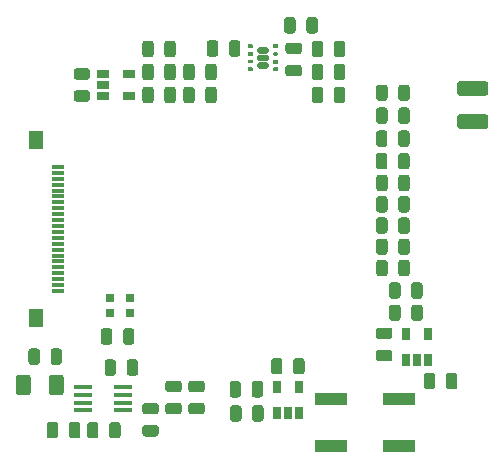
<source format=gtp>
G04 #@! TF.GenerationSoftware,KiCad,Pcbnew,(5.1.6)-1*
G04 #@! TF.CreationDate,2020-07-07T21:46:09+02:00*
G04 #@! TF.ProjectId,ToF_camera_VGA,546f465f-6361-46d6-9572-615f5647412e,rev?*
G04 #@! TF.SameCoordinates,Original*
G04 #@! TF.FileFunction,Paste,Top*
G04 #@! TF.FilePolarity,Positive*
%FSLAX46Y46*%
G04 Gerber Fmt 4.6, Leading zero omitted, Abs format (unit mm)*
G04 Created by KiCad (PCBNEW (5.1.6)-1) date 2020-07-07 21:46:09*
%MOMM*%
%LPD*%
G01*
G04 APERTURE LIST*
%ADD10R,1.600000X0.300000*%
%ADD11R,1.300000X1.650000*%
%ADD12R,1.000000X0.300000*%
%ADD13R,0.700000X0.800000*%
%ADD14R,2.750000X1.000000*%
%ADD15R,1.060000X0.650000*%
%ADD16R,0.650000X1.060000*%
G04 APERTURE END LIST*
D10*
X103150000Y-123355000D03*
X103150000Y-122705000D03*
X103150000Y-122055000D03*
X103150000Y-121405000D03*
X106550000Y-121405000D03*
X106550000Y-122055000D03*
X106550000Y-122705000D03*
X106550000Y-123355000D03*
D11*
X99140000Y-115515000D03*
X99140000Y-100465000D03*
D12*
X101040000Y-113240000D03*
X101040000Y-112740000D03*
X101040000Y-112240000D03*
X101040000Y-111740000D03*
X101040000Y-111240000D03*
X101040000Y-110740000D03*
X101040000Y-110240000D03*
X101040000Y-109740000D03*
X101040000Y-109240000D03*
X101040000Y-108740000D03*
X101040000Y-108240000D03*
X101040000Y-107740000D03*
X101040000Y-107240000D03*
X101040000Y-106740000D03*
X101040000Y-106240000D03*
X101040000Y-105740000D03*
X101040000Y-105240000D03*
X101040000Y-104740000D03*
X101040000Y-104240000D03*
X101040000Y-103740000D03*
X101040000Y-103240000D03*
X101040000Y-102740000D03*
D13*
X105475000Y-113865000D03*
X107125000Y-113865000D03*
X107125000Y-115115000D03*
X105475000Y-115115000D03*
G36*
G01*
X99512500Y-118343750D02*
X99512500Y-119256250D01*
G75*
G02*
X99268750Y-119500000I-243750J0D01*
G01*
X98781250Y-119500000D01*
G75*
G02*
X98537500Y-119256250I0J243750D01*
G01*
X98537500Y-118343750D01*
G75*
G02*
X98781250Y-118100000I243750J0D01*
G01*
X99268750Y-118100000D01*
G75*
G02*
X99512500Y-118343750I0J-243750D01*
G01*
G37*
G36*
G01*
X101387500Y-118343750D02*
X101387500Y-119256250D01*
G75*
G02*
X101143750Y-119500000I-243750J0D01*
G01*
X100656250Y-119500000D01*
G75*
G02*
X100412500Y-119256250I0J243750D01*
G01*
X100412500Y-118343750D01*
G75*
G02*
X100656250Y-118100000I243750J0D01*
G01*
X101143750Y-118100000D01*
G75*
G02*
X101387500Y-118343750I0J-243750D01*
G01*
G37*
G36*
G01*
X112610000Y-94243750D02*
X112610000Y-95156250D01*
G75*
G02*
X112366250Y-95400000I-243750J0D01*
G01*
X111878750Y-95400000D01*
G75*
G02*
X111635000Y-95156250I0J243750D01*
G01*
X111635000Y-94243750D01*
G75*
G02*
X111878750Y-94000000I243750J0D01*
G01*
X112366250Y-94000000D01*
G75*
G02*
X112610000Y-94243750I0J-243750D01*
G01*
G37*
G36*
G01*
X114485000Y-94243750D02*
X114485000Y-95156250D01*
G75*
G02*
X114241250Y-95400000I-243750J0D01*
G01*
X113753750Y-95400000D01*
G75*
G02*
X113510000Y-95156250I0J243750D01*
G01*
X113510000Y-94243750D01*
G75*
G02*
X113753750Y-94000000I243750J0D01*
G01*
X114241250Y-94000000D01*
G75*
G02*
X114485000Y-94243750I0J-243750D01*
G01*
G37*
G36*
G01*
X104985000Y-120186250D02*
X104985000Y-119273750D01*
G75*
G02*
X105228750Y-119030000I243750J0D01*
G01*
X105716250Y-119030000D01*
G75*
G02*
X105960000Y-119273750I0J-243750D01*
G01*
X105960000Y-120186250D01*
G75*
G02*
X105716250Y-120430000I-243750J0D01*
G01*
X105228750Y-120430000D01*
G75*
G02*
X104985000Y-120186250I0J243750D01*
G01*
G37*
G36*
G01*
X106860000Y-120186250D02*
X106860000Y-119273750D01*
G75*
G02*
X107103750Y-119030000I243750J0D01*
G01*
X107591250Y-119030000D01*
G75*
G02*
X107835000Y-119273750I0J-243750D01*
G01*
X107835000Y-120186250D01*
G75*
G02*
X107591250Y-120430000I-243750J0D01*
G01*
X107103750Y-120430000D01*
G75*
G02*
X106860000Y-120186250I0J243750D01*
G01*
G37*
D14*
X129910000Y-126370000D03*
X124150000Y-126370000D03*
X124150000Y-122370000D03*
X129910000Y-122370000D03*
D15*
X107060000Y-94850000D03*
X107060000Y-96750000D03*
X104860000Y-96750000D03*
X104860000Y-95800000D03*
X104860000Y-94850000D03*
G36*
G01*
X117925000Y-94267500D02*
X117925000Y-93992500D01*
G75*
G02*
X118062500Y-93855000I137500J0D01*
G01*
X118737500Y-93855000D01*
G75*
G02*
X118875000Y-93992500I0J-137500D01*
G01*
X118875000Y-94267500D01*
G75*
G02*
X118737500Y-94405000I-137500J0D01*
G01*
X118062500Y-94405000D01*
G75*
G02*
X117925000Y-94267500I0J137500D01*
G01*
G37*
G36*
G01*
X117925000Y-93637500D02*
X117925000Y-93362500D01*
G75*
G02*
X118062500Y-93225000I137500J0D01*
G01*
X118737500Y-93225000D01*
G75*
G02*
X118875000Y-93362500I0J-137500D01*
G01*
X118875000Y-93637500D01*
G75*
G02*
X118737500Y-93775000I-137500J0D01*
G01*
X118062500Y-93775000D01*
G75*
G02*
X117925000Y-93637500I0J137500D01*
G01*
G37*
G36*
G01*
X117925000Y-93007500D02*
X117925000Y-92732500D01*
G75*
G02*
X118062500Y-92595000I137500J0D01*
G01*
X118737500Y-92595000D01*
G75*
G02*
X118875000Y-92732500I0J-137500D01*
G01*
X118875000Y-93007500D01*
G75*
G02*
X118737500Y-93145000I-137500J0D01*
G01*
X118062500Y-93145000D01*
G75*
G02*
X117925000Y-93007500I0J137500D01*
G01*
G37*
G36*
G01*
X119282500Y-93287000D02*
X119282500Y-93063000D01*
G75*
G02*
X119310500Y-93035000I28000J0D01*
G01*
X119614500Y-93035000D01*
G75*
G02*
X119642500Y-93063000I0J-28000D01*
G01*
X119642500Y-93287000D01*
G75*
G02*
X119614500Y-93315000I-28000J0D01*
G01*
X119310500Y-93315000D01*
G75*
G02*
X119282500Y-93287000I0J28000D01*
G01*
G37*
G36*
G01*
X119262500Y-93953000D02*
X119262500Y-93697000D01*
G75*
G02*
X119294500Y-93665000I32000J0D01*
G01*
X119630500Y-93665000D01*
G75*
G02*
X119662500Y-93697000I0J-32000D01*
G01*
X119662500Y-93953000D01*
G75*
G02*
X119630500Y-93985000I-32000J0D01*
G01*
X119294500Y-93985000D01*
G75*
G02*
X119262500Y-93953000I0J32000D01*
G01*
G37*
G36*
G01*
X119262500Y-94603000D02*
X119262500Y-94347000D01*
G75*
G02*
X119294500Y-94315000I32000J0D01*
G01*
X119630500Y-94315000D01*
G75*
G02*
X119662500Y-94347000I0J-32000D01*
G01*
X119662500Y-94603000D01*
G75*
G02*
X119630500Y-94635000I-32000J0D01*
G01*
X119294500Y-94635000D01*
G75*
G02*
X119262500Y-94603000I0J32000D01*
G01*
G37*
G36*
G01*
X117137500Y-94603000D02*
X117137500Y-94347000D01*
G75*
G02*
X117169500Y-94315000I32000J0D01*
G01*
X117505500Y-94315000D01*
G75*
G02*
X117537500Y-94347000I0J-32000D01*
G01*
X117537500Y-94603000D01*
G75*
G02*
X117505500Y-94635000I-32000J0D01*
G01*
X117169500Y-94635000D01*
G75*
G02*
X117137500Y-94603000I0J32000D01*
G01*
G37*
G36*
G01*
X117157500Y-93937000D02*
X117157500Y-93713000D01*
G75*
G02*
X117185500Y-93685000I28000J0D01*
G01*
X117489500Y-93685000D01*
G75*
G02*
X117517500Y-93713000I0J-28000D01*
G01*
X117517500Y-93937000D01*
G75*
G02*
X117489500Y-93965000I-28000J0D01*
G01*
X117185500Y-93965000D01*
G75*
G02*
X117157500Y-93937000I0J28000D01*
G01*
G37*
G36*
G01*
X117137500Y-93303000D02*
X117137500Y-93047000D01*
G75*
G02*
X117169500Y-93015000I32000J0D01*
G01*
X117505500Y-93015000D01*
G75*
G02*
X117537500Y-93047000I0J-32000D01*
G01*
X117537500Y-93303000D01*
G75*
G02*
X117505500Y-93335000I-32000J0D01*
G01*
X117169500Y-93335000D01*
G75*
G02*
X117137500Y-93303000I0J32000D01*
G01*
G37*
G36*
G01*
X119262500Y-92653000D02*
X119262500Y-92397000D01*
G75*
G02*
X119294500Y-92365000I32000J0D01*
G01*
X119630500Y-92365000D01*
G75*
G02*
X119662500Y-92397000I0J-32000D01*
G01*
X119662500Y-92653000D01*
G75*
G02*
X119630500Y-92685000I-32000J0D01*
G01*
X119294500Y-92685000D01*
G75*
G02*
X119262500Y-92653000I0J32000D01*
G01*
G37*
G36*
G01*
X117137500Y-92653000D02*
X117137500Y-92397000D01*
G75*
G02*
X117169500Y-92365000I32000J0D01*
G01*
X117505500Y-92365000D01*
G75*
G02*
X117537500Y-92397000I0J-32000D01*
G01*
X117537500Y-92653000D01*
G75*
G02*
X117505500Y-92685000I-32000J0D01*
G01*
X117169500Y-92685000D01*
G75*
G02*
X117137500Y-92653000I0J32000D01*
G01*
G37*
D16*
X130510000Y-116870000D03*
X132410000Y-116870000D03*
X132410000Y-119070000D03*
X131460000Y-119070000D03*
X130510000Y-119070000D03*
X119570000Y-121410000D03*
X121470000Y-121410000D03*
X121470000Y-123610000D03*
X120520000Y-123610000D03*
X119570000Y-123610000D03*
G36*
G01*
X112323750Y-122712500D02*
X113236250Y-122712500D01*
G75*
G02*
X113480000Y-122956250I0J-243750D01*
G01*
X113480000Y-123443750D01*
G75*
G02*
X113236250Y-123687500I-243750J0D01*
G01*
X112323750Y-123687500D01*
G75*
G02*
X112080000Y-123443750I0J243750D01*
G01*
X112080000Y-122956250D01*
G75*
G02*
X112323750Y-122712500I243750J0D01*
G01*
G37*
G36*
G01*
X112323750Y-120837500D02*
X113236250Y-120837500D01*
G75*
G02*
X113480000Y-121081250I0J-243750D01*
G01*
X113480000Y-121568750D01*
G75*
G02*
X113236250Y-121812500I-243750J0D01*
G01*
X112323750Y-121812500D01*
G75*
G02*
X112080000Y-121568750I0J243750D01*
G01*
X112080000Y-121081250D01*
G75*
G02*
X112323750Y-120837500I243750J0D01*
G01*
G37*
G36*
G01*
X120543750Y-94087500D02*
X121456250Y-94087500D01*
G75*
G02*
X121700000Y-94331250I0J-243750D01*
G01*
X121700000Y-94818750D01*
G75*
G02*
X121456250Y-95062500I-243750J0D01*
G01*
X120543750Y-95062500D01*
G75*
G02*
X120300000Y-94818750I0J243750D01*
G01*
X120300000Y-94331250D01*
G75*
G02*
X120543750Y-94087500I243750J0D01*
G01*
G37*
G36*
G01*
X120543750Y-92212500D02*
X121456250Y-92212500D01*
G75*
G02*
X121700000Y-92456250I0J-243750D01*
G01*
X121700000Y-92943750D01*
G75*
G02*
X121456250Y-93187500I-243750J0D01*
G01*
X120543750Y-93187500D01*
G75*
G02*
X120300000Y-92943750I0J243750D01*
G01*
X120300000Y-92456250D01*
G75*
G02*
X120543750Y-92212500I243750J0D01*
G01*
G37*
G36*
G01*
X123487500Y-92293750D02*
X123487500Y-93206250D01*
G75*
G02*
X123243750Y-93450000I-243750J0D01*
G01*
X122756250Y-93450000D01*
G75*
G02*
X122512500Y-93206250I0J243750D01*
G01*
X122512500Y-92293750D01*
G75*
G02*
X122756250Y-92050000I243750J0D01*
G01*
X123243750Y-92050000D01*
G75*
G02*
X123487500Y-92293750I0J-243750D01*
G01*
G37*
G36*
G01*
X125362500Y-92293750D02*
X125362500Y-93206250D01*
G75*
G02*
X125118750Y-93450000I-243750J0D01*
G01*
X124631250Y-93450000D01*
G75*
G02*
X124387500Y-93206250I0J243750D01*
G01*
X124387500Y-92293750D01*
G75*
G02*
X124631250Y-92050000I243750J0D01*
G01*
X125118750Y-92050000D01*
G75*
G02*
X125362500Y-92293750I0J-243750D01*
G01*
G37*
G36*
G01*
X101057500Y-124573750D02*
X101057500Y-125486250D01*
G75*
G02*
X100813750Y-125730000I-243750J0D01*
G01*
X100326250Y-125730000D01*
G75*
G02*
X100082500Y-125486250I0J243750D01*
G01*
X100082500Y-124573750D01*
G75*
G02*
X100326250Y-124330000I243750J0D01*
G01*
X100813750Y-124330000D01*
G75*
G02*
X101057500Y-124573750I0J-243750D01*
G01*
G37*
G36*
G01*
X102932500Y-124573750D02*
X102932500Y-125486250D01*
G75*
G02*
X102688750Y-125730000I-243750J0D01*
G01*
X102201250Y-125730000D01*
G75*
G02*
X101957500Y-125486250I0J243750D01*
G01*
X101957500Y-124573750D01*
G75*
G02*
X102201250Y-124330000I243750J0D01*
G01*
X102688750Y-124330000D01*
G75*
G02*
X102932500Y-124573750I0J-243750D01*
G01*
G37*
G36*
G01*
X111286250Y-121807500D02*
X110373750Y-121807500D01*
G75*
G02*
X110130000Y-121563750I0J243750D01*
G01*
X110130000Y-121076250D01*
G75*
G02*
X110373750Y-120832500I243750J0D01*
G01*
X111286250Y-120832500D01*
G75*
G02*
X111530000Y-121076250I0J-243750D01*
G01*
X111530000Y-121563750D01*
G75*
G02*
X111286250Y-121807500I-243750J0D01*
G01*
G37*
G36*
G01*
X111286250Y-123682500D02*
X110373750Y-123682500D01*
G75*
G02*
X110130000Y-123438750I0J243750D01*
G01*
X110130000Y-122951250D01*
G75*
G02*
X110373750Y-122707500I243750J0D01*
G01*
X111286250Y-122707500D01*
G75*
G02*
X111530000Y-122951250I0J-243750D01*
G01*
X111530000Y-123438750D01*
G75*
G02*
X111286250Y-123682500I-243750J0D01*
G01*
G37*
G36*
G01*
X135075000Y-98275000D02*
X137225000Y-98275000D01*
G75*
G02*
X137475000Y-98525000I0J-250000D01*
G01*
X137475000Y-99275000D01*
G75*
G02*
X137225000Y-99525000I-250000J0D01*
G01*
X135075000Y-99525000D01*
G75*
G02*
X134825000Y-99275000I0J250000D01*
G01*
X134825000Y-98525000D01*
G75*
G02*
X135075000Y-98275000I250000J0D01*
G01*
G37*
G36*
G01*
X135075000Y-95475000D02*
X137225000Y-95475000D01*
G75*
G02*
X137475000Y-95725000I0J-250000D01*
G01*
X137475000Y-96475000D01*
G75*
G02*
X137225000Y-96725000I-250000J0D01*
G01*
X135075000Y-96725000D01*
G75*
G02*
X134825000Y-96475000I0J250000D01*
G01*
X134825000Y-95725000D01*
G75*
G02*
X135075000Y-95475000I250000J0D01*
G01*
G37*
G36*
G01*
X100275000Y-121825000D02*
X100275000Y-120575000D01*
G75*
G02*
X100525000Y-120325000I250000J0D01*
G01*
X101275000Y-120325000D01*
G75*
G02*
X101525000Y-120575000I0J-250000D01*
G01*
X101525000Y-121825000D01*
G75*
G02*
X101275000Y-122075000I-250000J0D01*
G01*
X100525000Y-122075000D01*
G75*
G02*
X100275000Y-121825000I0J250000D01*
G01*
G37*
G36*
G01*
X97475000Y-121825000D02*
X97475000Y-120575000D01*
G75*
G02*
X97725000Y-120325000I250000J0D01*
G01*
X98475000Y-120325000D01*
G75*
G02*
X98725000Y-120575000I0J-250000D01*
G01*
X98725000Y-121825000D01*
G75*
G02*
X98475000Y-122075000I-250000J0D01*
G01*
X97725000Y-122075000D01*
G75*
G02*
X97475000Y-121825000I0J250000D01*
G01*
G37*
G36*
G01*
X124387500Y-95156250D02*
X124387500Y-94243750D01*
G75*
G02*
X124631250Y-94000000I243750J0D01*
G01*
X125118750Y-94000000D01*
G75*
G02*
X125362500Y-94243750I0J-243750D01*
G01*
X125362500Y-95156250D01*
G75*
G02*
X125118750Y-95400000I-243750J0D01*
G01*
X124631250Y-95400000D01*
G75*
G02*
X124387500Y-95156250I0J243750D01*
G01*
G37*
G36*
G01*
X122512500Y-95156250D02*
X122512500Y-94243750D01*
G75*
G02*
X122756250Y-94000000I243750J0D01*
G01*
X123243750Y-94000000D01*
G75*
G02*
X123487500Y-94243750I0J-243750D01*
G01*
X123487500Y-95156250D01*
G75*
G02*
X123243750Y-95400000I-243750J0D01*
G01*
X122756250Y-95400000D01*
G75*
G02*
X122512500Y-95156250I0J243750D01*
G01*
G37*
G36*
G01*
X112610000Y-96193750D02*
X112610000Y-97106250D01*
G75*
G02*
X112366250Y-97350000I-243750J0D01*
G01*
X111878750Y-97350000D01*
G75*
G02*
X111635000Y-97106250I0J243750D01*
G01*
X111635000Y-96193750D01*
G75*
G02*
X111878750Y-95950000I243750J0D01*
G01*
X112366250Y-95950000D01*
G75*
G02*
X112610000Y-96193750I0J-243750D01*
G01*
G37*
G36*
G01*
X114485000Y-96193750D02*
X114485000Y-97106250D01*
G75*
G02*
X114241250Y-97350000I-243750J0D01*
G01*
X113753750Y-97350000D01*
G75*
G02*
X113510000Y-97106250I0J243750D01*
G01*
X113510000Y-96193750D01*
G75*
G02*
X113753750Y-95950000I243750J0D01*
G01*
X114241250Y-95950000D01*
G75*
G02*
X114485000Y-96193750I0J-243750D01*
G01*
G37*
G36*
G01*
X124387500Y-97106250D02*
X124387500Y-96193750D01*
G75*
G02*
X124631250Y-95950000I243750J0D01*
G01*
X125118750Y-95950000D01*
G75*
G02*
X125362500Y-96193750I0J-243750D01*
G01*
X125362500Y-97106250D01*
G75*
G02*
X125118750Y-97350000I-243750J0D01*
G01*
X124631250Y-97350000D01*
G75*
G02*
X124387500Y-97106250I0J243750D01*
G01*
G37*
G36*
G01*
X122512500Y-97106250D02*
X122512500Y-96193750D01*
G75*
G02*
X122756250Y-95950000I243750J0D01*
G01*
X123243750Y-95950000D01*
G75*
G02*
X123487500Y-96193750I0J-243750D01*
G01*
X123487500Y-97106250D01*
G75*
G02*
X123243750Y-97350000I-243750J0D01*
G01*
X122756250Y-97350000D01*
G75*
G02*
X122512500Y-97106250I0J243750D01*
G01*
G37*
G36*
G01*
X105640000Y-116643750D02*
X105640000Y-117556250D01*
G75*
G02*
X105396250Y-117800000I-243750J0D01*
G01*
X104908750Y-117800000D01*
G75*
G02*
X104665000Y-117556250I0J243750D01*
G01*
X104665000Y-116643750D01*
G75*
G02*
X104908750Y-116400000I243750J0D01*
G01*
X105396250Y-116400000D01*
G75*
G02*
X105640000Y-116643750I0J-243750D01*
G01*
G37*
G36*
G01*
X107515000Y-116643750D02*
X107515000Y-117556250D01*
G75*
G02*
X107271250Y-117800000I-243750J0D01*
G01*
X106783750Y-117800000D01*
G75*
G02*
X106540000Y-117556250I0J243750D01*
G01*
X106540000Y-116643750D01*
G75*
G02*
X106783750Y-116400000I243750J0D01*
G01*
X107271250Y-116400000D01*
G75*
G02*
X107515000Y-116643750I0J-243750D01*
G01*
G37*
G36*
G01*
X129837500Y-102706250D02*
X129837500Y-101793750D01*
G75*
G02*
X130081250Y-101550000I243750J0D01*
G01*
X130568750Y-101550000D01*
G75*
G02*
X130812500Y-101793750I0J-243750D01*
G01*
X130812500Y-102706250D01*
G75*
G02*
X130568750Y-102950000I-243750J0D01*
G01*
X130081250Y-102950000D01*
G75*
G02*
X129837500Y-102706250I0J243750D01*
G01*
G37*
G36*
G01*
X127962500Y-102706250D02*
X127962500Y-101793750D01*
G75*
G02*
X128206250Y-101550000I243750J0D01*
G01*
X128693750Y-101550000D01*
G75*
G02*
X128937500Y-101793750I0J-243750D01*
G01*
X128937500Y-102706250D01*
G75*
G02*
X128693750Y-102950000I-243750J0D01*
G01*
X128206250Y-102950000D01*
G75*
G02*
X127962500Y-102706250I0J243750D01*
G01*
G37*
G36*
G01*
X109336250Y-123690000D02*
X108423750Y-123690000D01*
G75*
G02*
X108180000Y-123446250I0J243750D01*
G01*
X108180000Y-122958750D01*
G75*
G02*
X108423750Y-122715000I243750J0D01*
G01*
X109336250Y-122715000D01*
G75*
G02*
X109580000Y-122958750I0J-243750D01*
G01*
X109580000Y-123446250D01*
G75*
G02*
X109336250Y-123690000I-243750J0D01*
G01*
G37*
G36*
G01*
X109336250Y-125565000D02*
X108423750Y-125565000D01*
G75*
G02*
X108180000Y-125321250I0J243750D01*
G01*
X108180000Y-124833750D01*
G75*
G02*
X108423750Y-124590000I243750J0D01*
G01*
X109336250Y-124590000D01*
G75*
G02*
X109580000Y-124833750I0J-243750D01*
G01*
X109580000Y-125321250D01*
G75*
G02*
X109336250Y-125565000I-243750J0D01*
G01*
G37*
G36*
G01*
X128203750Y-118220000D02*
X129116250Y-118220000D01*
G75*
G02*
X129360000Y-118463750I0J-243750D01*
G01*
X129360000Y-118951250D01*
G75*
G02*
X129116250Y-119195000I-243750J0D01*
G01*
X128203750Y-119195000D01*
G75*
G02*
X127960000Y-118951250I0J243750D01*
G01*
X127960000Y-118463750D01*
G75*
G02*
X128203750Y-118220000I243750J0D01*
G01*
G37*
G36*
G01*
X128203750Y-116345000D02*
X129116250Y-116345000D01*
G75*
G02*
X129360000Y-116588750I0J-243750D01*
G01*
X129360000Y-117076250D01*
G75*
G02*
X129116250Y-117320000I-243750J0D01*
G01*
X128203750Y-117320000D01*
G75*
G02*
X127960000Y-117076250I0J243750D01*
G01*
X127960000Y-116588750D01*
G75*
G02*
X128203750Y-116345000I243750J0D01*
G01*
G37*
G36*
G01*
X105370000Y-125486250D02*
X105370000Y-124573750D01*
G75*
G02*
X105613750Y-124330000I243750J0D01*
G01*
X106101250Y-124330000D01*
G75*
G02*
X106345000Y-124573750I0J-243750D01*
G01*
X106345000Y-125486250D01*
G75*
G02*
X106101250Y-125730000I-243750J0D01*
G01*
X105613750Y-125730000D01*
G75*
G02*
X105370000Y-125486250I0J243750D01*
G01*
G37*
G36*
G01*
X103495000Y-125486250D02*
X103495000Y-124573750D01*
G75*
G02*
X103738750Y-124330000I243750J0D01*
G01*
X104226250Y-124330000D01*
G75*
G02*
X104470000Y-124573750I0J-243750D01*
G01*
X104470000Y-125486250D01*
G75*
G02*
X104226250Y-125730000I-243750J0D01*
G01*
X103738750Y-125730000D01*
G75*
G02*
X103495000Y-125486250I0J243750D01*
G01*
G37*
G36*
G01*
X129837500Y-100806250D02*
X129837500Y-99893750D01*
G75*
G02*
X130081250Y-99650000I243750J0D01*
G01*
X130568750Y-99650000D01*
G75*
G02*
X130812500Y-99893750I0J-243750D01*
G01*
X130812500Y-100806250D01*
G75*
G02*
X130568750Y-101050000I-243750J0D01*
G01*
X130081250Y-101050000D01*
G75*
G02*
X129837500Y-100806250I0J243750D01*
G01*
G37*
G36*
G01*
X127962500Y-100806250D02*
X127962500Y-99893750D01*
G75*
G02*
X128206250Y-99650000I243750J0D01*
G01*
X128693750Y-99650000D01*
G75*
G02*
X128937500Y-99893750I0J-243750D01*
G01*
X128937500Y-100806250D01*
G75*
G02*
X128693750Y-101050000I-243750J0D01*
G01*
X128206250Y-101050000D01*
G75*
G02*
X127962500Y-100806250I0J243750D01*
G01*
G37*
G36*
G01*
X110050000Y-93206250D02*
X110050000Y-92293750D01*
G75*
G02*
X110293750Y-92050000I243750J0D01*
G01*
X110781250Y-92050000D01*
G75*
G02*
X111025000Y-92293750I0J-243750D01*
G01*
X111025000Y-93206250D01*
G75*
G02*
X110781250Y-93450000I-243750J0D01*
G01*
X110293750Y-93450000D01*
G75*
G02*
X110050000Y-93206250I0J243750D01*
G01*
G37*
G36*
G01*
X108175000Y-93206250D02*
X108175000Y-92293750D01*
G75*
G02*
X108418750Y-92050000I243750J0D01*
G01*
X108906250Y-92050000D01*
G75*
G02*
X109150000Y-92293750I0J-243750D01*
G01*
X109150000Y-93206250D01*
G75*
G02*
X108906250Y-93450000I-243750J0D01*
G01*
X108418750Y-93450000D01*
G75*
G02*
X108175000Y-93206250I0J243750D01*
G01*
G37*
G36*
G01*
X130950000Y-113656250D02*
X130950000Y-112743750D01*
G75*
G02*
X131193750Y-112500000I243750J0D01*
G01*
X131681250Y-112500000D01*
G75*
G02*
X131925000Y-112743750I0J-243750D01*
G01*
X131925000Y-113656250D01*
G75*
G02*
X131681250Y-113900000I-243750J0D01*
G01*
X131193750Y-113900000D01*
G75*
G02*
X130950000Y-113656250I0J243750D01*
G01*
G37*
G36*
G01*
X129075000Y-113656250D02*
X129075000Y-112743750D01*
G75*
G02*
X129318750Y-112500000I243750J0D01*
G01*
X129806250Y-112500000D01*
G75*
G02*
X130050000Y-112743750I0J-243750D01*
G01*
X130050000Y-113656250D01*
G75*
G02*
X129806250Y-113900000I-243750J0D01*
G01*
X129318750Y-113900000D01*
G75*
G02*
X129075000Y-113656250I0J243750D01*
G01*
G37*
G36*
G01*
X110052500Y-95156250D02*
X110052500Y-94243750D01*
G75*
G02*
X110296250Y-94000000I243750J0D01*
G01*
X110783750Y-94000000D01*
G75*
G02*
X111027500Y-94243750I0J-243750D01*
G01*
X111027500Y-95156250D01*
G75*
G02*
X110783750Y-95400000I-243750J0D01*
G01*
X110296250Y-95400000D01*
G75*
G02*
X110052500Y-95156250I0J243750D01*
G01*
G37*
G36*
G01*
X108177500Y-95156250D02*
X108177500Y-94243750D01*
G75*
G02*
X108421250Y-94000000I243750J0D01*
G01*
X108908750Y-94000000D01*
G75*
G02*
X109152500Y-94243750I0J-243750D01*
G01*
X109152500Y-95156250D01*
G75*
G02*
X108908750Y-95400000I-243750J0D01*
G01*
X108421250Y-95400000D01*
G75*
G02*
X108177500Y-95156250I0J243750D01*
G01*
G37*
G36*
G01*
X129075000Y-115546250D02*
X129075000Y-114633750D01*
G75*
G02*
X129318750Y-114390000I243750J0D01*
G01*
X129806250Y-114390000D01*
G75*
G02*
X130050000Y-114633750I0J-243750D01*
G01*
X130050000Y-115546250D01*
G75*
G02*
X129806250Y-115790000I-243750J0D01*
G01*
X129318750Y-115790000D01*
G75*
G02*
X129075000Y-115546250I0J243750D01*
G01*
G37*
G36*
G01*
X130950000Y-115546250D02*
X130950000Y-114633750D01*
G75*
G02*
X131193750Y-114390000I243750J0D01*
G01*
X131681250Y-114390000D01*
G75*
G02*
X131925000Y-114633750I0J-243750D01*
G01*
X131925000Y-115546250D01*
G75*
G02*
X131681250Y-115790000I-243750J0D01*
G01*
X131193750Y-115790000D01*
G75*
G02*
X130950000Y-115546250I0J243750D01*
G01*
G37*
G36*
G01*
X110050000Y-97106250D02*
X110050000Y-96193750D01*
G75*
G02*
X110293750Y-95950000I243750J0D01*
G01*
X110781250Y-95950000D01*
G75*
G02*
X111025000Y-96193750I0J-243750D01*
G01*
X111025000Y-97106250D01*
G75*
G02*
X110781250Y-97350000I-243750J0D01*
G01*
X110293750Y-97350000D01*
G75*
G02*
X110050000Y-97106250I0J243750D01*
G01*
G37*
G36*
G01*
X108175000Y-97106250D02*
X108175000Y-96193750D01*
G75*
G02*
X108418750Y-95950000I243750J0D01*
G01*
X108906250Y-95950000D01*
G75*
G02*
X109150000Y-96193750I0J-243750D01*
G01*
X109150000Y-97106250D01*
G75*
G02*
X108906250Y-97350000I-243750J0D01*
G01*
X108418750Y-97350000D01*
G75*
G02*
X108175000Y-97106250I0J243750D01*
G01*
G37*
G36*
G01*
X133890000Y-121326250D02*
X133890000Y-120413750D01*
G75*
G02*
X134133750Y-120170000I243750J0D01*
G01*
X134621250Y-120170000D01*
G75*
G02*
X134865000Y-120413750I0J-243750D01*
G01*
X134865000Y-121326250D01*
G75*
G02*
X134621250Y-121570000I-243750J0D01*
G01*
X134133750Y-121570000D01*
G75*
G02*
X133890000Y-121326250I0J243750D01*
G01*
G37*
G36*
G01*
X132015000Y-121326250D02*
X132015000Y-120413750D01*
G75*
G02*
X132258750Y-120170000I243750J0D01*
G01*
X132746250Y-120170000D01*
G75*
G02*
X132990000Y-120413750I0J-243750D01*
G01*
X132990000Y-121326250D01*
G75*
G02*
X132746250Y-121570000I-243750J0D01*
G01*
X132258750Y-121570000D01*
G75*
G02*
X132015000Y-121326250I0J243750D01*
G01*
G37*
G36*
G01*
X102603750Y-96247500D02*
X103516250Y-96247500D01*
G75*
G02*
X103760000Y-96491250I0J-243750D01*
G01*
X103760000Y-96978750D01*
G75*
G02*
X103516250Y-97222500I-243750J0D01*
G01*
X102603750Y-97222500D01*
G75*
G02*
X102360000Y-96978750I0J243750D01*
G01*
X102360000Y-96491250D01*
G75*
G02*
X102603750Y-96247500I243750J0D01*
G01*
G37*
G36*
G01*
X102603750Y-94372500D02*
X103516250Y-94372500D01*
G75*
G02*
X103760000Y-94616250I0J-243750D01*
G01*
X103760000Y-95103750D01*
G75*
G02*
X103516250Y-95347500I-243750J0D01*
G01*
X102603750Y-95347500D01*
G75*
G02*
X102360000Y-95103750I0J243750D01*
G01*
X102360000Y-94616250D01*
G75*
G02*
X102603750Y-94372500I243750J0D01*
G01*
G37*
G36*
G01*
X129850000Y-98856250D02*
X129850000Y-97943750D01*
G75*
G02*
X130093750Y-97700000I243750J0D01*
G01*
X130581250Y-97700000D01*
G75*
G02*
X130825000Y-97943750I0J-243750D01*
G01*
X130825000Y-98856250D01*
G75*
G02*
X130581250Y-99100000I-243750J0D01*
G01*
X130093750Y-99100000D01*
G75*
G02*
X129850000Y-98856250I0J243750D01*
G01*
G37*
G36*
G01*
X127975000Y-98856250D02*
X127975000Y-97943750D01*
G75*
G02*
X128218750Y-97700000I243750J0D01*
G01*
X128706250Y-97700000D01*
G75*
G02*
X128950000Y-97943750I0J-243750D01*
G01*
X128950000Y-98856250D01*
G75*
G02*
X128706250Y-99100000I-243750J0D01*
G01*
X128218750Y-99100000D01*
G75*
G02*
X127975000Y-98856250I0J243750D01*
G01*
G37*
G36*
G01*
X120950000Y-120066250D02*
X120950000Y-119153750D01*
G75*
G02*
X121193750Y-118910000I243750J0D01*
G01*
X121681250Y-118910000D01*
G75*
G02*
X121925000Y-119153750I0J-243750D01*
G01*
X121925000Y-120066250D01*
G75*
G02*
X121681250Y-120310000I-243750J0D01*
G01*
X121193750Y-120310000D01*
G75*
G02*
X120950000Y-120066250I0J243750D01*
G01*
G37*
G36*
G01*
X119075000Y-120066250D02*
X119075000Y-119153750D01*
G75*
G02*
X119318750Y-118910000I243750J0D01*
G01*
X119806250Y-118910000D01*
G75*
G02*
X120050000Y-119153750I0J-243750D01*
G01*
X120050000Y-120066250D01*
G75*
G02*
X119806250Y-120310000I-243750J0D01*
G01*
X119318750Y-120310000D01*
G75*
G02*
X119075000Y-120066250I0J243750D01*
G01*
G37*
G36*
G01*
X122067500Y-91206250D02*
X122067500Y-90293750D01*
G75*
G02*
X122311250Y-90050000I243750J0D01*
G01*
X122798750Y-90050000D01*
G75*
G02*
X123042500Y-90293750I0J-243750D01*
G01*
X123042500Y-91206250D01*
G75*
G02*
X122798750Y-91450000I-243750J0D01*
G01*
X122311250Y-91450000D01*
G75*
G02*
X122067500Y-91206250I0J243750D01*
G01*
G37*
G36*
G01*
X120192500Y-91206250D02*
X120192500Y-90293750D01*
G75*
G02*
X120436250Y-90050000I243750J0D01*
G01*
X120923750Y-90050000D01*
G75*
G02*
X121167500Y-90293750I0J-243750D01*
G01*
X121167500Y-91206250D01*
G75*
G02*
X120923750Y-91450000I-243750J0D01*
G01*
X120436250Y-91450000D01*
G75*
G02*
X120192500Y-91206250I0J243750D01*
G01*
G37*
G36*
G01*
X114612500Y-92243750D02*
X114612500Y-93156250D01*
G75*
G02*
X114368750Y-93400000I-243750J0D01*
G01*
X113881250Y-93400000D01*
G75*
G02*
X113637500Y-93156250I0J243750D01*
G01*
X113637500Y-92243750D01*
G75*
G02*
X113881250Y-92000000I243750J0D01*
G01*
X114368750Y-92000000D01*
G75*
G02*
X114612500Y-92243750I0J-243750D01*
G01*
G37*
G36*
G01*
X116487500Y-92243750D02*
X116487500Y-93156250D01*
G75*
G02*
X116243750Y-93400000I-243750J0D01*
G01*
X115756250Y-93400000D01*
G75*
G02*
X115512500Y-93156250I0J243750D01*
G01*
X115512500Y-92243750D01*
G75*
G02*
X115756250Y-92000000I243750J0D01*
G01*
X116243750Y-92000000D01*
G75*
G02*
X116487500Y-92243750I0J-243750D01*
G01*
G37*
G36*
G01*
X129850000Y-96916250D02*
X129850000Y-96003750D01*
G75*
G02*
X130093750Y-95760000I243750J0D01*
G01*
X130581250Y-95760000D01*
G75*
G02*
X130825000Y-96003750I0J-243750D01*
G01*
X130825000Y-96916250D01*
G75*
G02*
X130581250Y-97160000I-243750J0D01*
G01*
X130093750Y-97160000D01*
G75*
G02*
X129850000Y-96916250I0J243750D01*
G01*
G37*
G36*
G01*
X127975000Y-96916250D02*
X127975000Y-96003750D01*
G75*
G02*
X128218750Y-95760000I243750J0D01*
G01*
X128706250Y-95760000D01*
G75*
G02*
X128950000Y-96003750I0J-243750D01*
G01*
X128950000Y-96916250D01*
G75*
G02*
X128706250Y-97160000I-243750J0D01*
G01*
X128218750Y-97160000D01*
G75*
G02*
X127975000Y-96916250I0J243750D01*
G01*
G37*
G36*
G01*
X129850000Y-109956250D02*
X129850000Y-109043750D01*
G75*
G02*
X130093750Y-108800000I243750J0D01*
G01*
X130581250Y-108800000D01*
G75*
G02*
X130825000Y-109043750I0J-243750D01*
G01*
X130825000Y-109956250D01*
G75*
G02*
X130581250Y-110200000I-243750J0D01*
G01*
X130093750Y-110200000D01*
G75*
G02*
X129850000Y-109956250I0J243750D01*
G01*
G37*
G36*
G01*
X127975000Y-109956250D02*
X127975000Y-109043750D01*
G75*
G02*
X128218750Y-108800000I243750J0D01*
G01*
X128706250Y-108800000D01*
G75*
G02*
X128950000Y-109043750I0J-243750D01*
G01*
X128950000Y-109956250D01*
G75*
G02*
X128706250Y-110200000I-243750J0D01*
G01*
X128218750Y-110200000D01*
G75*
G02*
X127975000Y-109956250I0J243750D01*
G01*
G37*
G36*
G01*
X129850000Y-104556250D02*
X129850000Y-103643750D01*
G75*
G02*
X130093750Y-103400000I243750J0D01*
G01*
X130581250Y-103400000D01*
G75*
G02*
X130825000Y-103643750I0J-243750D01*
G01*
X130825000Y-104556250D01*
G75*
G02*
X130581250Y-104800000I-243750J0D01*
G01*
X130093750Y-104800000D01*
G75*
G02*
X129850000Y-104556250I0J243750D01*
G01*
G37*
G36*
G01*
X127975000Y-104556250D02*
X127975000Y-103643750D01*
G75*
G02*
X128218750Y-103400000I243750J0D01*
G01*
X128706250Y-103400000D01*
G75*
G02*
X128950000Y-103643750I0J-243750D01*
G01*
X128950000Y-104556250D01*
G75*
G02*
X128706250Y-104800000I-243750J0D01*
G01*
X128218750Y-104800000D01*
G75*
G02*
X127975000Y-104556250I0J243750D01*
G01*
G37*
G36*
G01*
X129850000Y-108156250D02*
X129850000Y-107243750D01*
G75*
G02*
X130093750Y-107000000I243750J0D01*
G01*
X130581250Y-107000000D01*
G75*
G02*
X130825000Y-107243750I0J-243750D01*
G01*
X130825000Y-108156250D01*
G75*
G02*
X130581250Y-108400000I-243750J0D01*
G01*
X130093750Y-108400000D01*
G75*
G02*
X129850000Y-108156250I0J243750D01*
G01*
G37*
G36*
G01*
X127975000Y-108156250D02*
X127975000Y-107243750D01*
G75*
G02*
X128218750Y-107000000I243750J0D01*
G01*
X128706250Y-107000000D01*
G75*
G02*
X128950000Y-107243750I0J-243750D01*
G01*
X128950000Y-108156250D01*
G75*
G02*
X128706250Y-108400000I-243750J0D01*
G01*
X128218750Y-108400000D01*
G75*
G02*
X127975000Y-108156250I0J243750D01*
G01*
G37*
G36*
G01*
X129850000Y-111756250D02*
X129850000Y-110843750D01*
G75*
G02*
X130093750Y-110600000I243750J0D01*
G01*
X130581250Y-110600000D01*
G75*
G02*
X130825000Y-110843750I0J-243750D01*
G01*
X130825000Y-111756250D01*
G75*
G02*
X130581250Y-112000000I-243750J0D01*
G01*
X130093750Y-112000000D01*
G75*
G02*
X129850000Y-111756250I0J243750D01*
G01*
G37*
G36*
G01*
X127975000Y-111756250D02*
X127975000Y-110843750D01*
G75*
G02*
X128218750Y-110600000I243750J0D01*
G01*
X128706250Y-110600000D01*
G75*
G02*
X128950000Y-110843750I0J-243750D01*
G01*
X128950000Y-111756250D01*
G75*
G02*
X128706250Y-112000000I-243750J0D01*
G01*
X128218750Y-112000000D01*
G75*
G02*
X127975000Y-111756250I0J243750D01*
G01*
G37*
G36*
G01*
X116542500Y-121103750D02*
X116542500Y-122016250D01*
G75*
G02*
X116298750Y-122260000I-243750J0D01*
G01*
X115811250Y-122260000D01*
G75*
G02*
X115567500Y-122016250I0J243750D01*
G01*
X115567500Y-121103750D01*
G75*
G02*
X115811250Y-120860000I243750J0D01*
G01*
X116298750Y-120860000D01*
G75*
G02*
X116542500Y-121103750I0J-243750D01*
G01*
G37*
G36*
G01*
X118417500Y-121103750D02*
X118417500Y-122016250D01*
G75*
G02*
X118173750Y-122260000I-243750J0D01*
G01*
X117686250Y-122260000D01*
G75*
G02*
X117442500Y-122016250I0J243750D01*
G01*
X117442500Y-121103750D01*
G75*
G02*
X117686250Y-120860000I243750J0D01*
G01*
X118173750Y-120860000D01*
G75*
G02*
X118417500Y-121103750I0J-243750D01*
G01*
G37*
G36*
G01*
X129850000Y-106356250D02*
X129850000Y-105443750D01*
G75*
G02*
X130093750Y-105200000I243750J0D01*
G01*
X130581250Y-105200000D01*
G75*
G02*
X130825000Y-105443750I0J-243750D01*
G01*
X130825000Y-106356250D01*
G75*
G02*
X130581250Y-106600000I-243750J0D01*
G01*
X130093750Y-106600000D01*
G75*
G02*
X129850000Y-106356250I0J243750D01*
G01*
G37*
G36*
G01*
X127975000Y-106356250D02*
X127975000Y-105443750D01*
G75*
G02*
X128218750Y-105200000I243750J0D01*
G01*
X128706250Y-105200000D01*
G75*
G02*
X128950000Y-105443750I0J-243750D01*
G01*
X128950000Y-106356250D01*
G75*
G02*
X128706250Y-106600000I-243750J0D01*
G01*
X128218750Y-106600000D01*
G75*
G02*
X127975000Y-106356250I0J243750D01*
G01*
G37*
G36*
G01*
X116582500Y-123153750D02*
X116582500Y-124066250D01*
G75*
G02*
X116338750Y-124310000I-243750J0D01*
G01*
X115851250Y-124310000D01*
G75*
G02*
X115607500Y-124066250I0J243750D01*
G01*
X115607500Y-123153750D01*
G75*
G02*
X115851250Y-122910000I243750J0D01*
G01*
X116338750Y-122910000D01*
G75*
G02*
X116582500Y-123153750I0J-243750D01*
G01*
G37*
G36*
G01*
X118457500Y-123153750D02*
X118457500Y-124066250D01*
G75*
G02*
X118213750Y-124310000I-243750J0D01*
G01*
X117726250Y-124310000D01*
G75*
G02*
X117482500Y-124066250I0J243750D01*
G01*
X117482500Y-123153750D01*
G75*
G02*
X117726250Y-122910000I243750J0D01*
G01*
X118213750Y-122910000D01*
G75*
G02*
X118457500Y-123153750I0J-243750D01*
G01*
G37*
M02*

</source>
